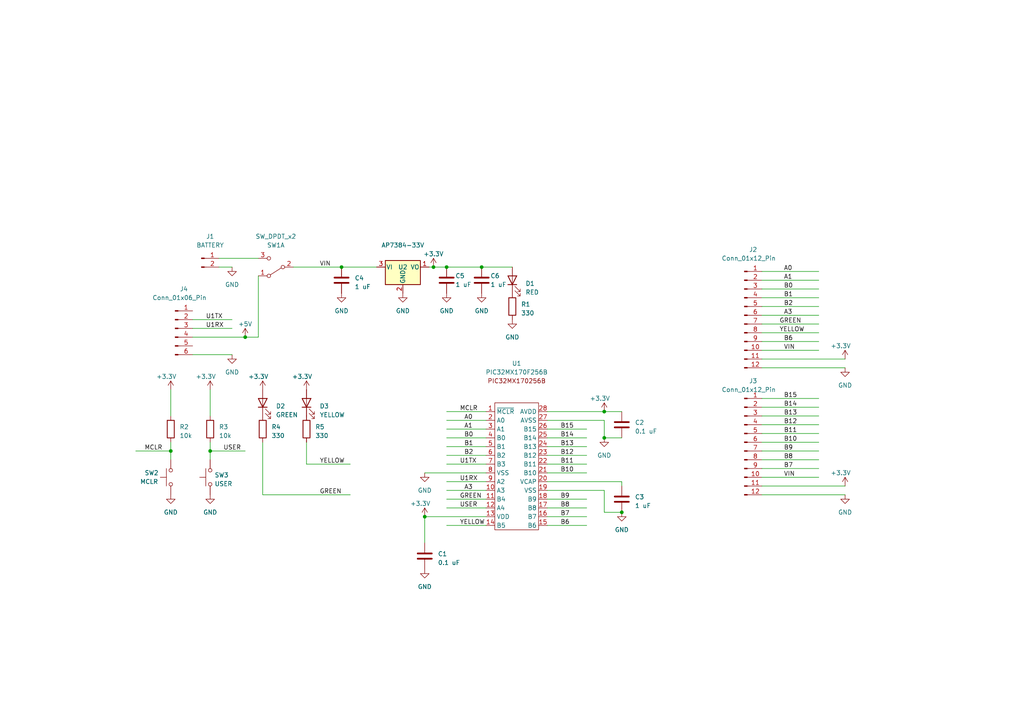
<source format=kicad_sch>
(kicad_sch (version 20230121) (generator eeschema)
  (paper "A4")
  (title_block (title "PIC32MX170F256B Microcontroller Dev Board") (date "2023-04-09") (rev "0") (comment 1 "BY: SAMUEL HODGE"))
  (lib_symbols
    (symbol "Connector:Conn_01x02_Pin" (pin_names (offset 1.016) hide)
      (property "Reference" "J" (at 0 2.54 0))
      (property "Value" "Conn_01x02_Pin" (at 0 -5.08 0))
      (symbol "Conn_01x02_Pin_1_1"
        (polyline (pts (xy 1.27 -2.54) (xy 0.8636 -2.54)) (stroke (width 0.1524)))
        (polyline (pts (xy 1.27 0) (xy 0.8636 0)) (stroke (width 0.1524)))
        (rectangle (start 0.8636 -2.413) (end 0 -2.667) (stroke (width 0.1524)) (fill (type outline)))
        (rectangle (start 0.8636 0.127) (end 0 -0.127) (stroke (width 0.1524)) (fill (type outline)))
        (pin passive line (at 5.08 0 180) (length 3.81) (name "Pin_1") (number "1"))
        (pin passive line (at 5.08 -2.54 180) (length 3.81) (name "Pin_2") (number "2"))
      )
    )
    (symbol "Connector:Conn_01x06_Pin" (pin_names (offset 1.016) hide)
      (property "Reference" "J" (at 0 7.62 0))
      (property "Value" "Conn_01x06_Pin" (at 0 -10.16 0))
      (symbol "Conn_01x06_Pin_1_1"
        (polyline (pts (xy 1.27 -7.62) (xy 0.8636 -7.62)) (stroke (width 0.1524)))
        (polyline (pts (xy 1.27 -5.08) (xy 0.8636 -5.08)) (stroke (width 0.1524)))
        (polyline (pts (xy 1.27 -2.54) (xy 0.8636 -2.54)) (stroke (width 0.1524)))
        (polyline (pts (xy 1.27 0) (xy 0.8636 0)) (stroke (width 0.1524)))
        (polyline (pts (xy 1.27 2.54) (xy 0.8636 2.54)) (stroke (width 0.1524)))
        (polyline (pts (xy 1.27 5.08) (xy 0.8636 5.08)) (stroke (width 0.1524)))
        (rectangle (start 0.8636 -7.493) (end 0 -7.747) (stroke (width 0.1524)) (fill (type outline)))
        (rectangle (start 0.8636 -4.953) (end 0 -5.207) (stroke (width 0.1524)) (fill (type outline)))
        (rectangle (start 0.8636 -2.413) (end 0 -2.667) (stroke (width 0.1524)) (fill (type outline)))
        (rectangle (start 0.8636 0.127) (end 0 -0.127) (stroke (width 0.1524)) (fill (type outline)))
        (rectangle (start 0.8636 2.667) (end 0 2.413) (stroke (width 0.1524)) (fill (type outline)))
        (rectangle (start 0.8636 5.207) (end 0 4.953) (stroke (width 0.1524)) (fill (type outline)))
        (pin passive line (at 5.08 5.08 180) (length 3.81) (name "Pin_1") (number "1"))
        (pin passive line (at 5.08 2.54 180) (length 3.81) (name "Pin_2") (number "2"))
        (pin passive line (at 5.08 0 180) (length 3.81) (name "Pin_3") (number "3"))
        (pin passive line (at 5.08 -2.54 180) (length 3.81) (name "Pin_4") (number "4"))
        (pin passive line (at 5.08 -5.08 180) (length 3.81) (name "Pin_5") (number "5"))
        (pin passive line (at 5.08 -7.62 180) (length 3.81) (name "Pin_6") (number "6"))
      )
    )
    (symbol "Connector:Conn_01x12_Pin" (pin_names (offset 1.016) hide)
      (property "Reference" "J" (at 0 15.24 0))
      (property "Value" "Conn_01x12_Pin" (at 0 -17.78 0))
      (symbol "Conn_01x12_Pin_1_1"
        (polyline (pts (xy 1.27 -15.24) (xy 0.8636 -15.24)) (stroke (width 0.1524)))
        (polyline (pts (xy 1.27 -12.7) (xy 0.8636 -12.7)) (stroke (width 0.1524)))
        (polyline (pts (xy 1.27 -10.16) (xy 0.8636 -10.16)) (stroke (width 0.1524)))
        (polyline (pts (xy 1.27 -7.62) (xy 0.8636 -7.62)) (stroke (width 0.1524)))
        (polyline (pts (xy 1.27 -5.08) (xy 0.8636 -5.08)) (stroke (width 0.1524)))
        (polyline (pts (xy 1.27 -2.54) (xy 0.8636 -2.54)) (stroke (width 0.1524)))
        (polyline (pts (xy 1.27 0) (xy 0.8636 0)) (stroke (width 0.1524)))
        (polyline (pts (xy 1.27 2.54) (xy 0.8636 2.54)) (stroke (width 0.1524)))
        (polyline (pts (xy 1.27 5.08) (xy 0.8636 5.08)) (stroke (width 0.1524)))
        (polyline (pts (xy 1.27 7.62) (xy 0.8636 7.62)) (stroke (width 0.1524)))
        (polyline (pts (xy 1.27 10.16) (xy 0.8636 10.16)) (stroke (width 0.1524)))
        (polyline (pts (xy 1.27 12.7) (xy 0.8636 12.7)) (stroke (width 0.1524)))
        (rectangle (start 0.8636 -15.113) (end 0 -15.367) (stroke (width 0.1524)) (fill (type outline)))
        (rectangle (start 0.8636 -12.573) (end 0 -12.827) (stroke (width 0.1524)) (fill (type outline)))
        (rectangle (start 0.8636 -10.033) (end 0 -10.287) (stroke (width 0.1524)) (fill (type outline)))
        (rectangle (start 0.8636 -7.493) (end 0 -7.747) (stroke (width 0.1524)) (fill (type outline)))
        (rectangle (start 0.8636 -4.953) (end 0 -5.207) (stroke (width 0.1524)) (fill (type outline)))
        (rectangle (start 0.8636 -2.413) (end 0 -2.667) (stroke (width 0.1524)) (fill (type outline)))
        (rectangle (start 0.8636 0.127) (end 0 -0.127) (stroke (width 0.1524)) (fill (type outline)))
        (rectangle (start 0.8636 2.667) (end 0 2.413) (stroke (width 0.1524)) (fill (type outline)))
        (rectangle (start 0.8636 5.207) (end 0 4.953) (stroke (width 0.1524)) (fill (type outline)))
        (rectangle (start 0.8636 7.747) (end 0 7.493) (stroke (width 0.1524)) (fill (type outline)))
        (rectangle (start 0.8636 10.287) (end 0 10.033) (stroke (width 0.1524)) (fill (type outline)))
        (rectangle (start 0.8636 12.827) (end 0 12.573) (stroke (width 0.1524)) (fill (type outline)))
        (pin passive line (at 5.08 12.7 180) (length 3.81) (name "Pin_1") (number "1"))
        (pin passive line (at 5.08 -10.16 180) (length 3.81) (name "Pin_10") (number "10"))
        (pin passive line (at 5.08 -12.7 180) (length 3.81) (name "Pin_11") (number "11"))
        (pin passive line (at 5.08 -15.24 180) (length 3.81) (name "Pin_12") (number "12"))
        (pin passive line (at 5.08 10.16 180) (length 3.81) (name "Pin_2") (number "2"))
        (pin passive line (at 5.08 7.62 180) (length 3.81) (name "Pin_3") (number "3"))
        (pin passive line (at 5.08 5.08 180) (length 3.81) (name "Pin_4") (number "4"))
        (pin passive line (at 5.08 2.54 180) (length 3.81) (name "Pin_5") (number "5"))
        (pin passive line (at 5.08 0 180) (length 3.81) (name "Pin_6") (number "6"))
        (pin passive line (at 5.08 -2.54 180) (length 3.81) (name "Pin_7") (number "7"))
        (pin passive line (at 5.08 -5.08 180) (length 3.81) (name "Pin_8") (number "8"))
        (pin passive line (at 5.08 -7.62 180) (length 3.81) (name "Pin_9") (number "9"))
      )
    )
    (symbol "Device:C" (pin_numbers hide) (pin_names (offset 0.254))
      (property "Reference" "C" (at 0.635 2.54 0))
      (property "Value" "C" (at 0.635 -2.54 0))
      (symbol "C_0_1"
        (polyline (pts (xy -2.032 -0.762) (xy 2.032 -0.762)) (stroke (width 0.508)))
        (polyline (pts (xy -2.032 0.762) (xy 2.032 0.762)) (stroke (width 0.508)))
      )
      (symbol "C_1_1"
        (pin passive line (at 0 3.81 270) (length 2.794) (name "~") (number "1"))
        (pin passive line (at 0 -3.81 90) (length 2.794) (name "~") (number "2"))
      )
    )
    (symbol "Device:LED" (pin_numbers hide) (pin_names (offset 1.016) hide)
      (property "Reference" "D" (at 0 2.54 0))
      (property "Value" "LED" (at 0 -2.54 0))
      (symbol "LED_0_1"
        (polyline (pts (xy -1.27 -1.27) (xy -1.27 1.27)) (stroke (width 0.254)))
        (polyline (pts (xy -1.27 0) (xy 1.27 0)))
        (polyline (pts (xy 1.27 -1.27) (xy 1.27 1.27) (xy -1.27 0) (xy 1.27 -1.27)) (stroke (width 0.254)))
        (polyline (pts (xy -3.048 -0.762) (xy -4.572 -2.286) (xy -3.81 -2.286) (xy -4.572 -2.286) (xy -4.572 -1.524)))
        (polyline (pts (xy -1.778 -0.762) (xy -3.302 -2.286) (xy -2.54 -2.286) (xy -3.302 -2.286) (xy -3.302 -1.524)))
      )
      (symbol "LED_1_1"
        (pin passive line (at -3.81 0 0) (length 2.54) (name "K") (number "1"))
        (pin passive line (at 3.81 0 180) (length 2.54) (name "A") (number "2"))
      )
    )
    (symbol "Device:R" (pin_numbers hide) (pin_names (offset 0))
      (property "Reference" "R" (at 2.032 0 90))
      (property "Value" "R" (at 0 0 90))
      (symbol "R_0_1"
        (rectangle (start -1.016 -2.54) (end 1.016 2.54) (stroke (width 0.254)))
      )
      (symbol "R_1_1"
        (pin passive line (at 0 3.81 270) (length 1.27) (name "~") (number "1"))
        (pin passive line (at 0 -3.81 90) (length 1.27) (name "~") (number "2"))
      )
    )
    (symbol "HW4:AP7384-33V" (pin_names (offset 0.254))
      (property "Reference" "U" (at -3.81 3.81 0))
      (property "Value" "AP7384-33V" (at -2.54 3.81 0))
      (symbol "AP7384-33V_0_1"
        (rectangle (start -5.08 1.905) (end 5.08 -5.08) (stroke (width 0.254)) (fill (type background)))
      )
      (symbol "AP7384-33V_1_1"
        (pin power_out line (at 7.62 0 180) (length 2.54) (name "VO") (number "1"))
        (pin power_in line (at 0 -7.62 90) (length 2.54) (name "GND") (number "2"))
        (pin power_in line (at -7.62 0 0) (length 2.54) (name "VI") (number "3"))
      )
    )
    (symbol "HW4:PIC32MX170F256B"
      (property "Reference" "U" (at 0 0 0))
      (property "Value" "PIC32MX170F256B" (at 0 11.43 0))
      (symbol "PIC32MX170F256B_1_1"
        (rectangle (start -6.35 8.89) (end 6.35 -27.94))
        (text "PIC32MX170256B" (at 0 15.24 0) (effects (font (size 1.27 1.27))))
        (pin input line (at -8.89 6.35 0) (length 2.54) (name "~{MCLR}") (number "1"))
        (pin input line (at -8.89 -16.51 0) (length 2.54) (name "A3") (number "10"))
        (pin input line (at -8.89 -19.05 0) (length 2.54) (name "B4") (number "11"))
        (pin input line (at -8.89 -21.59 0) (length 2.54) (name "A4") (number "12"))
        (pin input line (at -8.89 -24.13 0) (length 2.54) (name "VDD") (number "13"))
        (pin input line (at -8.89 -26.67 0) (length 2.54) (name "B5") (number "14"))
        (pin input line (at 8.89 -26.67 180) (length 2.54) (name "B6") (number "15"))
        (pin input line (at 8.89 -24.13 180) (length 2.54) (name "B7") (number "16"))
        (pin input line (at 8.89 -21.59 180) (length 2.54) (name "B8") (number "17"))
        (pin input line (at 8.89 -19.05 180) (length 2.54) (name "B9") (number "18"))
        (pin input line (at 8.89 -16.51 180) (length 2.54) (name "VSS") (number "19"))
        (pin input line (at -8.89 3.81 0) (length 2.54) (name "A0") (number "2"))
        (pin input line (at 8.89 -13.97 180) (length 2.54) (name "VCAP") (number "20"))
        (pin input line (at 8.89 -11.43 180) (length 2.54) (name "B10") (number "21"))
        (pin input line (at 8.89 -8.89 180) (length 2.54) (name "B11") (number "22"))
        (pin input line (at 8.89 -6.35 180) (length 2.54) (name "B12") (number "23"))
        (pin input line (at 8.89 -3.81 180) (length 2.54) (name "B13") (number "24"))
        (pin input line (at 8.89 -1.27 180) (length 2.54) (name "B14") (number "25"))
        (pin input line (at 8.89 1.27 180) (length 2.54) (name "B15") (number "26"))
        (pin input line (at 8.89 3.81 180) (length 2.54) (name "AVSS") (number "27"))
        (pin input line (at 8.89 6.35 180) (length 2.54) (name "AVDD") (number "28"))
        (pin input line (at -8.89 1.27 0) (length 2.54) (name "A1") (number "3"))
        (pin input line (at -8.89 -1.27 0) (length 2.54) (name "B0") (number "4"))
        (pin input line (at -8.89 -3.81 0) (length 2.54) (name "B1") (number "5"))
        (pin input line (at -8.89 -6.35 0) (length 2.54) (name "B2") (number "6"))
        (pin input line (at -8.89 -8.89 0) (length 2.54) (name "B3") (number "7"))
        (pin input line (at -8.89 -11.43 0) (length 2.54) (name "VSS") (number "8"))
        (pin input line (at -8.89 -13.97 0) (length 2.54) (name "A2") (number "9"))
      )
    )
    (symbol "Switch:SW_DPDT_x2" (pin_names (offset 0) hide)
      (property "Reference" "SW" (at 0 4.318 0))
      (property "Value" "SW_DPDT_x2" (at 0 -5.08 0))
      (symbol "SW_DPDT_x2_0_0"
        (circle (center -2.032 0) (radius 0.508))
        (circle (center 2.032 -2.54) (radius 0.508))
      )
      (symbol "SW_DPDT_x2_0_1"
        (polyline (pts (xy -1.524 0.254) (xy 1.651 2.286)))
        (circle (center 2.032 2.54) (radius 0.508))
      )
      (symbol "SW_DPDT_x2_1_1"
        (pin passive line (at 5.08 2.54 180) (length 2.54) (name "A") (number "1"))
        (pin passive line (at -5.08 0 0) (length 2.54) (name "B") (number "2"))
        (pin passive line (at 5.08 -2.54 180) (length 2.54) (name "C") (number "3"))
      )
      (symbol "SW_DPDT_x2_2_1"
        (pin passive line (at 5.08 2.54 180) (length 2.54) (name "A") (number "4"))
        (pin passive line (at -5.08 0 0) (length 2.54) (name "B") (number "5"))
        (pin passive line (at 5.08 -2.54 180) (length 2.54) (name "C") (number "6"))
      )
    )
    (symbol "Switch:SW_Push" (pin_numbers hide) (pin_names (offset 1.016) hide)
      (property "Reference" "SW" (at 1.27 2.54 0))
      (property "Value" "SW_Push" (at 0 -1.524 0))
      (symbol "SW_Push_0_1"
        (circle (center -2.032 0) (radius 0.508))
        (polyline (pts (xy 0 1.27) (xy 0 3.048)))
        (polyline (pts (xy 2.54 1.27) (xy -2.54 1.27)))
        (circle (center 2.032 0) (radius 0.508))
        (pin passive line (at -5.08 0 0) (length 2.54) (name "1") (number "1"))
        (pin passive line (at 5.08 0 180) (length 2.54) (name "2") (number "2"))
      )
    )
    (symbol "power:+3.3V" (power) (pin_names (offset 0))
      (property "Value" "+3.3V" (at 0 3.556 0))
      (symbol "+3.3V_0_1"
        (polyline (pts (xy -0.762 1.27) (xy 0 2.54)))
        (polyline (pts (xy 0 0) (xy 0 2.54)))
        (polyline (pts (xy 0 2.54) (xy 0.762 1.27)))
      )
      (symbol "+3.3V_1_1"
        (pin power_in line (at 0 0 90) (length 0) hide (name "+3.3V") (number "1"))
      )
    )
    (symbol "power:+5V" (power) (pin_names (offset 0))
      (property "Value" "+5V" (at 0 3.556 0))
      (symbol "+5V_0_1"
        (polyline (pts (xy -0.762 1.27) (xy 0 2.54)))
        (polyline (pts (xy 0 0) (xy 0 2.54)))
        (polyline (pts (xy 0 2.54) (xy 0.762 1.27)))
      )
      (symbol "+5V_1_1"
        (pin power_in line (at 0 0 90) (length 0) hide (name "+5V") (number "1"))
      )
    )
    (symbol "power:GND" (power) (pin_names (offset 0))
      (property "Value" "GND" (at 0 -3.81 0))
      (symbol "GND_0_1"
        (polyline (pts (xy 0 0) (xy 0 -1.27) (xy 1.27 -1.27) (xy 0 -2.54) (xy -1.27 -1.27) (xy 0 -1.27)))
      )
      (symbol "GND_1_1"
        (pin power_in line (at 0 0 270) (length 0) hide (name "GND") (number "1"))
      )
    )
  )
  (junction (at 123.19 149.86))
  (junction (at 71.12 97.79))
  (junction (at 175.26 127))
  (junction (at 60.96 130.81))
  (junction (at 129.54 77.47))
  (junction (at 139.7 77.47))
  (junction (at 125.73 77.47))
  (junction (at 180.34 148.59))
  (junction (at 175.26 119.38))
  (junction (at 49.53 130.81))
  (junction (at 99.06 77.47))
  (wire (pts (xy 158.75 127) (xy 170.18 127)))
  (wire (pts (xy 49.53 130.81) (xy 49.53 133.35)))
  (wire (pts (xy 76.2 128.27) (xy 76.2 143.51)))
  (wire (pts (xy 60.96 130.81) (xy 60.96 133.35)))
  (wire (pts (xy 63.5 77.47) (xy 67.31 77.47)))
  (wire (pts (xy 74.93 80.01) (xy 74.93 97.79)))
  (wire (pts (xy 129.54 119.38) (xy 140.97 119.38)))
  (wire (pts (xy 175.26 121.92) (xy 158.75 121.92)))
  (wire (pts (xy 124.46 77.47) (xy 125.73 77.47)))
  (wire (pts (xy 49.53 128.27) (xy 49.53 130.81)))
  (wire (pts (xy 85.09 77.47) (xy 99.06 77.47)))
  (wire (pts (xy 129.54 129.54) (xy 140.97 129.54)))
  (wire (pts (xy 220.98 133.35) (xy 237.49 133.35)))
  (wire (pts (xy 158.75 152.4) (xy 170.18 152.4)))
  (wire (pts (xy 158.75 139.7) (xy 180.34 139.7)))
  (wire (pts (xy 220.98 81.28) (xy 237.49 81.28)))
  (wire (pts (xy 158.75 144.78) (xy 170.18 144.78)))
  (wire (pts (xy 129.54 134.62) (xy 140.97 134.62)))
  (wire (pts (xy 125.73 77.47) (xy 129.54 77.47)))
  (wire (pts (xy 220.98 118.11) (xy 237.49 118.11)))
  (wire (pts (xy 220.98 96.52) (xy 237.49 96.52)))
  (wire (pts (xy 220.98 104.14) (xy 245.11 104.14)))
  (wire (pts (xy 158.75 142.24) (xy 175.26 142.24)))
  (wire (pts (xy 220.98 125.73) (xy 237.49 125.73)))
  (wire (pts (xy 220.98 123.19) (xy 237.49 123.19)))
  (wire (pts (xy 55.88 102.87) (xy 67.31 102.87)))
  (wire (pts (xy 39.37 130.81) (xy 49.53 130.81)))
  (wire (pts (xy 129.54 142.24) (xy 140.97 142.24)))
  (wire (pts (xy 129.54 127) (xy 140.97 127)))
  (wire (pts (xy 220.98 138.43) (xy 237.49 138.43)))
  (wire (pts (xy 220.98 140.97) (xy 245.11 140.97)))
  (wire (pts (xy 158.75 149.86) (xy 170.18 149.86)))
  (wire (pts (xy 129.54 147.32) (xy 140.97 147.32)))
  (wire (pts (xy 55.88 92.71) (xy 67.31 92.71)))
  (wire (pts (xy 220.98 93.98) (xy 237.49 93.98)))
  (wire (pts (xy 180.34 127) (xy 175.26 127)))
  (wire (pts (xy 220.98 143.51) (xy 245.11 143.51)))
  (wire (pts (xy 220.98 91.44) (xy 237.49 91.44)))
  (wire (pts (xy 220.98 78.74) (xy 237.49 78.74)))
  (wire (pts (xy 175.26 142.24) (xy 175.26 148.59)))
  (wire (pts (xy 220.98 99.06) (xy 237.49 99.06)))
  (wire (pts (xy 49.53 113.03) (xy 49.53 120.65)))
  (wire (pts (xy 158.75 129.54) (xy 170.18 129.54)))
  (wire (pts (xy 129.54 77.47) (xy 139.7 77.47)))
  (wire (pts (xy 123.19 149.86) (xy 140.97 149.86)))
  (wire (pts (xy 220.98 83.82) (xy 237.49 83.82)))
  (wire (pts (xy 60.96 128.27) (xy 60.96 130.81)))
  (wire (pts (xy 71.12 97.79) (xy 74.93 97.79)))
  (wire (pts (xy 220.98 120.65) (xy 237.49 120.65)))
  (wire (pts (xy 220.98 128.27) (xy 237.49 128.27)))
  (wire (pts (xy 129.54 144.78) (xy 140.97 144.78)))
  (wire (pts (xy 60.96 130.81) (xy 71.12 130.81)))
  (wire (pts (xy 180.34 139.7) (xy 180.34 140.97)))
  (wire (pts (xy 123.19 137.16) (xy 140.97 137.16)))
  (wire (pts (xy 123.19 149.86) (xy 123.19 157.48)))
  (wire (pts (xy 129.54 124.46) (xy 140.97 124.46)))
  (wire (pts (xy 129.54 152.4) (xy 140.97 152.4)))
  (wire (pts (xy 129.54 121.92) (xy 140.97 121.92)))
  (wire (pts (xy 76.2 143.51) (xy 101.6 143.51)))
  (wire (pts (xy 139.7 77.47) (xy 148.59 77.47)))
  (wire (pts (xy 158.75 134.62) (xy 170.18 134.62)))
  (wire (pts (xy 158.75 132.08) (xy 170.18 132.08)))
  (wire (pts (xy 158.75 124.46) (xy 170.18 124.46)))
  (wire (pts (xy 175.26 127) (xy 175.26 121.92)))
  (wire (pts (xy 158.75 137.16) (xy 170.18 137.16)))
  (wire (pts (xy 60.96 113.03) (xy 60.96 120.65)))
  (wire (pts (xy 55.88 97.79) (xy 71.12 97.79)))
  (wire (pts (xy 220.98 86.36) (xy 237.49 86.36)))
  (wire (pts (xy 220.98 135.89) (xy 237.49 135.89)))
  (wire (pts (xy 129.54 132.08) (xy 140.97 132.08)))
  (wire (pts (xy 158.75 147.32) (xy 170.18 147.32)))
  (wire (pts (xy 88.9 134.62) (xy 101.6 134.62)))
  (wire (pts (xy 220.98 130.81) (xy 237.49 130.81)))
  (wire (pts (xy 175.26 148.59) (xy 180.34 148.59)))
  (wire (pts (xy 220.98 115.57) (xy 237.49 115.57)))
  (wire (pts (xy 63.5 74.93) (xy 74.93 74.93)))
  (wire (pts (xy 220.98 106.68) (xy 245.11 106.68)))
  (wire (pts (xy 158.75 119.38) (xy 175.26 119.38)))
  (wire (pts (xy 88.9 128.27) (xy 88.9 134.62)))
  (wire (pts (xy 129.54 139.7) (xy 140.97 139.7)))
  (wire (pts (xy 175.26 119.38) (xy 180.34 119.38)))
  (wire (pts (xy 220.98 88.9) (xy 237.49 88.9)))
  (wire (pts (xy 99.06 77.47) (xy 109.22 77.47)))
  (wire (pts (xy 55.88 95.25) (xy 67.31 95.25)))
  (wire (pts (xy 220.98 101.6) (xy 237.49 101.6)))
  (label "B0" (at 134.62 127 0))
  (label "A1" (at 134.62 124.46 0))
  (label "B12" (at 162.56 132.08 0))
  (label "B8" (at 227.33 133.35 0))
  (label "B7" (at 227.33 135.89 0))
  (label "A3" (at 227.33 91.44 0))
  (label "USER" (at 64.77 130.81 0))
  (label "A1" (at 227.33 81.28 0))
  (label "B10" (at 227.33 128.27 0))
  (label "MCLR" (at 41.91 130.81 0))
  (label "VIN" (at 227.33 138.43 0))
  (label "B6" (at 227.33 99.06 0))
  (label "B13" (at 227.33 120.65 0))
  (label "YELLOW" (at 226.06 96.52 0))
  (label "B1" (at 227.33 86.36 0))
  (label "U1RX" (at 133.35 139.7 0))
  (label "YELLOW" (at 133.35 152.4 0))
  (label "MCLR" (at 133.35 119.38 0))
  (label "U1TX" (at 59.69 92.71 0))
  (label "B11" (at 162.56 134.62 0))
  (label "VIN" (at 92.71 77.47 0))
  (label "YELLOW" (at 92.71 134.62 0))
  (label "USER" (at 133.35 147.32 0))
  (label "GREEN" (at 133.35 144.78 0))
  (label "B15" (at 162.56 124.46 0))
  (label "B9" (at 162.56 144.78 0))
  (label "B11" (at 227.33 125.73 0))
  (label "B14" (at 162.56 127 0))
  (label "B1" (at 134.62 129.54 0))
  (label "B2" (at 227.33 88.9 0))
  (label "A0" (at 227.33 78.74 0))
  (label "B8" (at 162.56 147.32 0))
  (label "VIN" (at 227.33 101.6 0))
  (label "B13" (at 162.56 129.54 0))
  (label "B6" (at 162.56 152.4 0))
  (label "B9" (at 227.33 130.81 0))
  (label "A0" (at 134.62 121.92 0))
  (label "U1RX" (at 59.69 95.25 0))
  (label "B0" (at 227.33 83.82 0))
  (label "B14" (at 227.33 118.11 0))
  (label "B2" (at 134.62 132.08 0))
  (label "GREEN" (at 226.06 93.98 0))
  (label "A3" (at 134.62 142.24 0))
  (label "B7" (at 162.56 149.86 0))
  (label "B15" (at 227.33 115.57 0))
  (label "GREEN" (at 92.71 143.51 0))
  (label "B10" (at 162.56 137.16 0))
  (label "B12" (at 227.33 123.19 0))
  (label "U1TX" (at 133.35 134.62 0))
  (symbol (lib_id "HW4:AP7384-33V") (at 116.84 77.47 0) (unit 1)
    (property "Reference" "U2" (at 116.84 77.47 0))
    (property "Value" "AP7384-33V" (at 116.84 71.12 0))
    (property "Footprint" "Package_TO_SOT_THT:TO-92L_Inline" (effects hide))
  )
  (symbol (lib_id "power:+3.3V") (at 76.2 113.03 0) (unit 1)
    (property "Reference" "#PWR021" (effects hide))
    (property "Value" "+3.3V" (at 74.93 109.22 0))
  )
  (symbol (lib_id "Device:C") (at 139.7 81.28 0) (unit 1)
    (property "Reference" "C6" (at 142.24 80.01 0) (effects (justify left)))
    (property "Value" "1 uF" (at 142.24 82.55 0) (effects (justify left)))
    (property "Footprint" "Capacitor_THT:C_Disc_D3.8mm_W2.6mm_P2.50mm" (effects hide))
  )
  (symbol (lib_id "Switch:SW_Push") (at 60.96 138.43 90) (unit 1)
    (property "Reference" "SW3" (at 62.23 137.795 90) (effects (justify right)))
    (property "Value" "USER" (at 62.23 140.335 90) (effects (justify right)))
    (property "Footprint" "pic32board:push_button" (effects hide))
  )
  (symbol (lib_id "Device:R") (at 88.9 124.46 0) (unit 1)
    (property "Reference" "R5" (at 91.44 123.825 0) (effects (justify left)))
    (property "Value" "330" (at 91.44 126.365 0) (effects (justify left)))
    (property "Footprint" "Resistor_THT:R_Axial_DIN0207_L6.3mm_D2.5mm_P7.62mm_Horizontal" (effects hide))
  )
  (symbol (lib_id "power:GND") (at 139.7 85.09 0) (unit 1)
    (property "Reference" "#PWR016" (effects hide))
    (property "Value" "GND" (at 139.7 90.17 0))
  )
  (symbol (lib_id "power:GND") (at 49.53 143.51 0) (unit 1)
    (property "Reference" "#PWR025" (effects hide))
    (property "Value" "GND" (at 49.53 148.59 0))
  )
  (symbol (lib_id "Connector:Conn_01x12_Pin") (at 215.9 91.44 0) (unit 1)
    (property "Reference" "J2" (at 218.44 72.39 0))
    (property "Value" "Conn_01x12_Pin" (at 217.17 74.93 0))
    (property "Footprint" "Connector_PinSocket_2.54mm:PinSocket_1x12_P2.54mm_Vertical" (effects hide))
  )
  (symbol (lib_id "Device:C") (at 99.06 81.28 0) (unit 1)
    (property "Reference" "C4" (at 102.87 80.645 0) (effects (justify left)))
    (property "Value" "1 uF" (at 102.87 83.185 0) (effects (justify left)))
    (property "Footprint" "Capacitor_THT:C_Disc_D3.8mm_W2.6mm_P2.50mm" (effects hide))
  )
  (symbol (lib_id "Device:R") (at 49.53 124.46 0) (unit 1)
    (property "Reference" "R2" (at 52.07 123.825 0) (effects (justify left)))
    (property "Value" "10k" (at 52.07 126.365 0) (effects (justify left)))
    (property "Footprint" "Resistor_THT:R_Axial_DIN0207_L6.3mm_D2.5mm_P7.62mm_Horizontal" (effects hide))
  )
  (symbol (lib_id "Device:R") (at 60.96 124.46 0) (unit 1)
    (property "Reference" "R3" (at 63.5 123.825 0) (effects (justify left)))
    (property "Value" "10k" (at 63.5 126.365 0) (effects (justify left)))
    (property "Footprint" "Resistor_THT:R_Axial_DIN0207_L6.3mm_D2.5mm_P7.62mm_Horizontal" (effects hide))
  )
  (symbol (lib_id "power:+3.3V") (at 88.9 113.03 0) (unit 1)
    (property "Reference" "#PWR020" (effects hide))
    (property "Value" "+3.3V" (at 87.63 109.22 0))
  )
  (symbol (lib_id "power:+3.3V") (at 175.26 119.38 0) (unit 1)
    (property "Reference" "#PWR09" (effects hide))
    (property "Value" "+3.3V" (at 173.99 115.57 0))
  )
  (symbol (lib_id "power:+3.3V") (at 49.53 113.03 0) (unit 1)
    (property "Reference" "#PWR023" (effects hide))
    (property "Value" "+3.3V" (at 48.26 109.22 0))
  )
  (symbol (lib_id "power:GND") (at 116.84 85.09 0) (unit 1)
    (property "Reference" "#PWR01" (effects hide))
    (property "Value" "GND" (at 116.84 90.17 0))
  )
  (symbol (lib_id "power:+3.3V") (at 245.11 140.97 0) (unit 1)
    (property "Reference" "#PWR011" (effects hide))
    (property "Value" "+3.3V" (at 243.84 137.16 0))
  )
  (symbol (lib_id "power:GND") (at 148.59 92.71 0) (unit 1)
    (property "Reference" "#PWR014" (effects hide))
    (property "Value" "GND" (at 148.59 97.79 0))
  )
  (symbol (lib_id "Connector:Conn_01x12_Pin") (at 215.9 128.27 0) (unit 1)
    (property "Reference" "J3" (at 218.44 110.49 0))
    (property "Value" "Conn_01x12_Pin" (at 217.17 113.03 0))
    (property "Footprint" "Connector_PinSocket_2.54mm:PinSocket_1x12_P2.54mm_Vertical" (effects hide))
  )
  (symbol (lib_id "power:GND") (at 245.11 143.51 0) (unit 1)
    (property "Reference" "#PWR012" (effects hide))
    (property "Value" "GND" (at 245.11 148.59 0))
  )
  (symbol (lib_id "Device:LED") (at 76.2 116.84 90) (unit 1)
    (property "Reference" "D2" (at 80.01 117.7925 90) (effects (justify right)))
    (property "Value" "GREEN" (at 80.01 120.3325 90) (effects (justify right)))
    (property "Footprint" "LED_THT:LED_D3.0mm" (effects hide))
  )
  (symbol (lib_id "power:GND") (at 180.34 148.59 0) (unit 1)
    (property "Reference" "#PWR07" (effects hide))
    (property "Value" "GND" (at 180.34 153.67 0))
  )
  (symbol (lib_id "power:+3.3V") (at 60.96 113.03 0) (unit 1)
    (property "Reference" "#PWR022" (effects hide))
    (property "Value" "+3.3V" (at 59.69 109.22 0))
  )
  (symbol (lib_id "power:+3.3V") (at 125.73 77.47 0) (unit 1)
    (property "Reference" "#PWR017" (effects hide))
    (property "Value" "+3.3V" (at 125.73 73.66 0))
  )
  (symbol (lib_id "power:GND") (at 67.31 102.87 0) (unit 1)
    (property "Reference" "#PWR019" (effects hide))
    (property "Value" "GND" (at 67.31 107.95 0))
  )
  (symbol (lib_id "Switch:SW_DPDT_x2") (at 80.01 77.47 180) (unit 1)
    (property "Reference" "SW1" (at 80.01 71.12 0))
    (property "Value" "SW_DPDT_x2" (at 80.01 68.58 0))
    (property "Footprint" "slidefootprint:slideswitch" (effects hide))
  )
  (symbol (lib_id "power:GND") (at 129.54 85.09 0) (unit 1)
    (property "Reference" "#PWR015" (effects hide))
    (property "Value" "GND" (at 129.54 90.17 0))
  )
  (symbol (lib_id "power:+3.3V") (at 123.19 149.86 0) (unit 1)
    (property "Reference" "#PWR05" (effects hide))
    (property "Value" "+3.3V" (at 121.92 146.05 0))
  )
  (symbol (lib_id "power:GND") (at 60.96 143.51 0) (unit 1)
    (property "Reference" "#PWR024" (effects hide))
    (property "Value" "GND" (at 60.96 148.59 0))
  )
  (symbol (lib_id "Device:R") (at 76.2 124.46 0) (unit 1)
    (property "Reference" "R4" (at 78.74 123.825 0) (effects (justify left)))
    (property "Value" "330" (at 78.74 126.365 0) (effects (justify left)))
    (property "Footprint" "Resistor_THT:R_Axial_DIN0207_L6.3mm_D2.5mm_P7.62mm_Horizontal" (effects hide))
  )
  (symbol (lib_id "HW4:PIC32MX170F256B") (at 149.86 125.73 0) (unit 1)
    (property "Reference" "U1" (at 149.86 105.41 0))
    (property "Value" "PIC32MX170F256B" (at 149.86 107.95 0))
    (property "Footprint" "Package_DIP:DIP-28_W7.62mm_Socket" (effects hide))
  )
  (symbol (lib_id "Device:C") (at 180.34 123.19 0) (unit 1)
    (property "Reference" "C2" (at 184.15 122.555 0) (effects (justify left)))
    (property "Value" "0.1 uF" (at 184.15 125.095 0) (effects (justify left)))
    (property "Footprint" "Capacitor_THT:C_Disc_D3.8mm_W2.6mm_P2.50mm" (effects hide))
  )
  (symbol (lib_id "power:+5V") (at 71.12 97.79 0) (unit 1)
    (property "Reference" "#PWR018" (effects hide))
    (property "Value" "+5V" (at 71.12 93.98 0))
  )
  (symbol (lib_id "Device:LED") (at 88.9 116.84 90) (unit 1)
    (property "Reference" "D3" (at 92.71 117.7925 90) (effects (justify right)))
    (property "Value" "YELLOW" (at 92.71 120.3325 90) (effects (justify right)))
    (property "Footprint" "LED_THT:LED_D3.0mm" (effects hide))
  )
  (symbol (lib_id "Device:C") (at 180.34 144.78 0) (unit 1)
    (property "Reference" "C3" (at 184.15 144.145 0) (effects (justify left)))
    (property "Value" "1 uF" (at 184.15 146.685 0) (effects (justify left)))
    (property "Footprint" "Capacitor_THT:C_Disc_D3.8mm_W2.6mm_P2.50mm" (effects hide))
  )
  (symbol (lib_id "power:GND") (at 245.11 106.68 0) (unit 1)
    (property "Reference" "#PWR010" (effects hide))
    (property "Value" "GND" (at 245.11 111.76 0))
  )
  (symbol (lib_id "power:+3.3V") (at 245.11 104.14 0) (unit 1)
    (property "Reference" "#PWR03" (effects hide))
    (property "Value" "+3.3V" (at 243.84 100.33 0))
  )
  (symbol (lib_id "Device:C") (at 129.54 81.28 0) (unit 1)
    (property "Reference" "C5" (at 132.08 80.01 0) (effects (justify left)))
    (property "Value" "1 uF" (at 132.08 82.55 0) (effects (justify left)))
    (property "Footprint" "Capacitor_THT:C_Disc_D3.8mm_W2.6mm_P2.50mm" (effects hide))
  )
  (symbol (lib_id "Switch:SW_Push") (at 49.53 138.43 90) (unit 1)
    (property "Reference" "SW2" (at 41.91 137.16 90) (effects (justify right)))
    (property "Value" "MCLR" (at 40.64 139.7 90) (effects (justify right)))
    (property "Footprint" "pic32board:push_button" (effects hide))
  )
  (symbol (lib_id "power:GND") (at 99.06 85.09 0) (unit 1)
    (property "Reference" "#PWR013" (effects hide))
    (property "Value" "GND" (at 99.06 90.17 0))
  )
  (symbol (lib_id "power:GND") (at 175.26 127 0) (unit 1)
    (property "Reference" "#PWR08" (effects hide))
    (property "Value" "GND" (at 175.26 132.08 0))
  )
  (symbol (lib_id "Device:R") (at 148.59 88.9 0) (unit 1)
    (property "Reference" "R1" (at 151.13 88.265 0) (effects (justify left)))
    (property "Value" "330" (at 151.13 90.805 0) (effects (justify left)))
    (property "Footprint" "Resistor_THT:R_Axial_DIN0207_L6.3mm_D2.5mm_P7.62mm_Horizontal" (effects hide))
  )
  (symbol (lib_id "power:GND") (at 123.19 137.16 0) (unit 1)
    (property "Reference" "#PWR04" (effects hide))
    (property "Value" "GND" (at 123.19 142.24 0))
  )
  (symbol (lib_id "Connector:Conn_01x02_Pin") (at 58.42 74.93 0) (unit 1)
    (property "Reference" "J1" (at 60.96 68.58 0))
    (property "Value" "BATTERY" (at 60.96 71.12 0))
    (property "Footprint" "Connector_PinSocket_2.54mm:PinSocket_1x02_P2.54mm_Vertical" (effects hide))
  )
  (symbol (lib_id "power:GND") (at 67.31 77.47 0) (unit 1)
    (property "Reference" "#PWR02" (effects hide))
    (property "Value" "GND" (at 67.31 82.55 0))
  )
  (symbol (lib_id "Device:C") (at 123.19 161.29 0) (unit 1)
    (property "Reference" "C1" (at 127 160.655 0) (effects (justify left)))
    (property "Value" "0.1 uF" (at 127 163.195 0) (effects (justify left)))
    (property "Footprint" "Capacitor_THT:C_Disc_D3.8mm_W2.6mm_P2.50mm" (effects hide))
  )
  (symbol (lib_id "Connector:Conn_01x06_Pin") (at 50.8 95.25 0) (unit 1)
    (property "Reference" "J4" (at 53.34 83.82 0))
    (property "Value" "Conn_01x06_Pin" (at 52.07 86.36 0))
    (property "Footprint" "Connector_PinSocket_2.54mm:PinSocket_1x06_P2.54mm_Vertical" (effects hide))
  )
  (symbol (lib_id "power:GND") (at 123.19 165.1 0) (unit 1)
    (property "Reference" "#PWR06" (effects hide))
    (property "Value" "GND" (at 123.19 170.18 0))
  )
  (symbol (lib_id "Device:LED") (at 148.59 81.28 90) (unit 1)
    (property "Reference" "D1" (at 152.4 82.2325 90) (effects (justify right)))
    (property "Value" "RED" (at 152.4 84.7725 90) (effects (justify right)))
    (property "Footprint" "LED_THT:LED_D3.0mm" (effects hide))
  )
)
</source>
